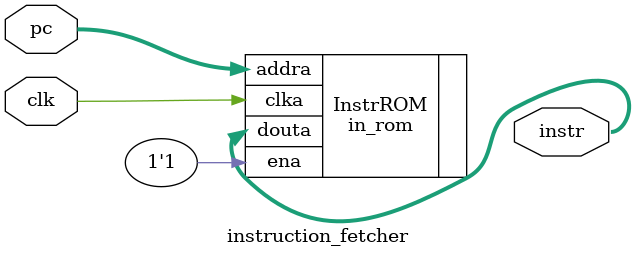
<source format=v>
`timescale 1ns / 1ps
module instruction_fetcher(
	input [31:0] pc,
	input clk,
	output [31:0] instr
    );

	in_rom InstrROM(
							.clka(clk),
							.ena(1'b1),
							.addra(pc),
							.douta(instr)
							);

endmodule

</source>
